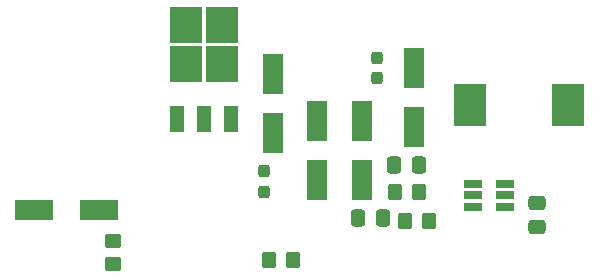
<source format=gtp>
%TF.GenerationSoftware,KiCad,Pcbnew,(6.0.1)*%
%TF.CreationDate,2022-02-22T15:36:59+00:00*%
%TF.ProjectId,Phantom Power Supply,5068616e-746f-46d2-9050-6f7765722053,rev?*%
%TF.SameCoordinates,Original*%
%TF.FileFunction,Paste,Top*%
%TF.FilePolarity,Positive*%
%FSLAX46Y46*%
G04 Gerber Fmt 4.6, Leading zero omitted, Abs format (unit mm)*
G04 Created by KiCad (PCBNEW (6.0.1)) date 2022-02-22 15:36:59*
%MOMM*%
%LPD*%
G01*
G04 APERTURE LIST*
G04 Aperture macros list*
%AMRoundRect*
0 Rectangle with rounded corners*
0 $1 Rounding radius*
0 $2 $3 $4 $5 $6 $7 $8 $9 X,Y pos of 4 corners*
0 Add a 4 corners polygon primitive as box body*
4,1,4,$2,$3,$4,$5,$6,$7,$8,$9,$2,$3,0*
0 Add four circle primitives for the rounded corners*
1,1,$1+$1,$2,$3*
1,1,$1+$1,$4,$5*
1,1,$1+$1,$6,$7*
1,1,$1+$1,$8,$9*
0 Add four rect primitives between the rounded corners*
20,1,$1+$1,$2,$3,$4,$5,0*
20,1,$1+$1,$4,$5,$6,$7,0*
20,1,$1+$1,$6,$7,$8,$9,0*
20,1,$1+$1,$8,$9,$2,$3,0*%
G04 Aperture macros list end*
%ADD10R,1.560000X0.650000*%
%ADD11RoundRect,0.250000X0.450000X-0.350000X0.450000X0.350000X-0.450000X0.350000X-0.450000X-0.350000X0*%
%ADD12RoundRect,0.250000X0.350000X0.450000X-0.350000X0.450000X-0.350000X-0.450000X0.350000X-0.450000X0*%
%ADD13RoundRect,0.250000X-0.350000X-0.450000X0.350000X-0.450000X0.350000X0.450000X-0.350000X0.450000X0*%
%ADD14R,1.200000X2.200000*%
%ADD15R,2.750000X3.050000*%
%ADD16R,2.700000X3.600000*%
%ADD17R,3.300000X1.700000*%
%ADD18R,1.800000X3.500000*%
%ADD19RoundRect,0.237500X0.237500X-0.300000X0.237500X0.300000X-0.237500X0.300000X-0.237500X-0.300000X0*%
%ADD20RoundRect,0.250000X-0.337500X-0.475000X0.337500X-0.475000X0.337500X0.475000X-0.337500X0.475000X0*%
%ADD21RoundRect,0.250000X0.337500X0.475000X-0.337500X0.475000X-0.337500X-0.475000X0.337500X-0.475000X0*%
%ADD22RoundRect,0.237500X-0.237500X0.300000X-0.237500X-0.300000X0.237500X-0.300000X0.237500X0.300000X0*%
%ADD23RoundRect,0.250000X-0.475000X0.337500X-0.475000X-0.337500X0.475000X-0.337500X0.475000X0.337500X0*%
G04 APERTURE END LIST*
D10*
%TO.C,U1*%
X89455000Y-65725000D03*
X89455000Y-66675000D03*
X89455000Y-67625000D03*
X92155000Y-67625000D03*
X92155000Y-66675000D03*
X92155000Y-65725000D03*
%TD*%
D11*
%TO.C,R4*%
X58928000Y-72517000D03*
X58928000Y-70517000D03*
%TD*%
D12*
%TO.C,R3*%
X72152000Y-72113323D03*
X74152000Y-72113323D03*
%TD*%
D13*
%TO.C,R2*%
X82820000Y-66421000D03*
X84820000Y-66421000D03*
%TD*%
%TO.C,R1*%
X83693000Y-68834000D03*
X85693000Y-68834000D03*
%TD*%
D14*
%TO.C,Q1*%
X68955000Y-60207000D03*
X66675000Y-60207000D03*
X64395000Y-60207000D03*
D15*
X68200000Y-55582000D03*
X65150000Y-55582000D03*
X68200000Y-52232000D03*
X65150000Y-52232000D03*
%TD*%
D16*
%TO.C,L1*%
X97495000Y-59055000D03*
X89195000Y-59055000D03*
%TD*%
D17*
%TO.C,D5*%
X57741000Y-67945000D03*
X52241000Y-67945000D03*
%TD*%
D18*
%TO.C,D4*%
X72517000Y-56405323D03*
X72517000Y-61405323D03*
%TD*%
%TO.C,D3*%
X76200000Y-65365000D03*
X76200000Y-60365000D03*
%TD*%
%TO.C,D2*%
X80010000Y-60365000D03*
X80010000Y-65365000D03*
%TD*%
%TO.C,D1*%
X84455000Y-60920000D03*
X84455000Y-55920000D03*
%TD*%
D19*
%TO.C,C5*%
X71755000Y-66371823D03*
X71755000Y-64646823D03*
%TD*%
D20*
%TO.C,C4*%
X79734500Y-68580000D03*
X81809500Y-68580000D03*
%TD*%
D21*
%TO.C,C3*%
X84857500Y-64135000D03*
X82782500Y-64135000D03*
%TD*%
D22*
%TO.C,C2*%
X81280000Y-55017500D03*
X81280000Y-56742500D03*
%TD*%
D23*
%TO.C,C1*%
X94869000Y-67288500D03*
X94869000Y-69363500D03*
%TD*%
M02*

</source>
